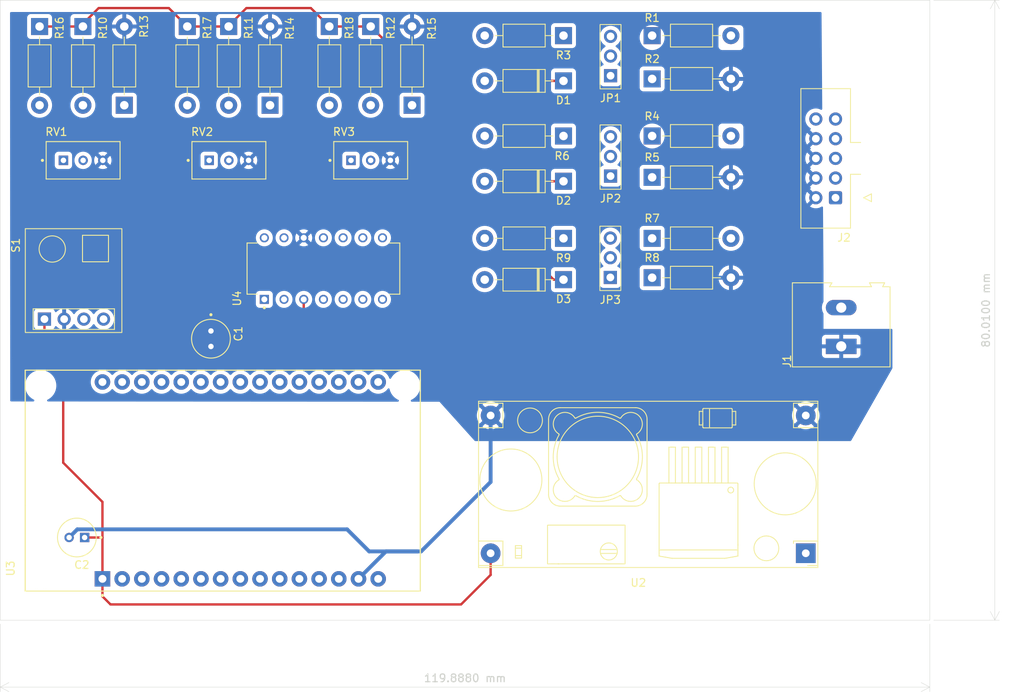
<source format=kicad_pcb>
(kicad_pcb (version 20211014) (generator pcbnew)
  (layers (0 "F.Cu" signal) (1 "In1.Cu" signal) (2 "In2.Cu" signal) (31 "B.Cu" signal) (34 "B.Paste" user) (35 "F.Paste" user) (36 "B.SilkS" user "B.Silkscreen") (37 "F.SilkS" user "F.Silkscreen") (38 "B.Mask" user) (39 "F.Mask" user) (44 "Edge.Cuts" user))
  (net 0 "")
  (net 1 "3.3V")
  (net 2 "LM1-")
  (net 3 "LM2-")
  (net 4 "LM3-")
  (net 5 "12V")
  (net 6 "GND")
  (net 7 "TUBE3")
  (net 8 "TUBE2")
  (net 9 "TUBE1")
  (net 12 "I2C_SCL")
  (net 13 "I2C_SDA")
  (net 16 "PULSE_IN_CH03")
  (net 24 "PULSE_IN_CH02")
  (net 32 "PULSE_IN_CH01")
  (net 40 "LM1+")
  (net 41 "LM2+")
  (net 42 "LM3+")
  (net 46 "Net-(JP1-Pad1)")
  (net 47 "Net-(JP2-Pad1)")
  (net 48 "Net-(JP3-Pad1)")
  (net 49 "Net-(JP3-Pad2)")
  (net 50 "Net-(JP1-Pad2)")
  (net 51 "Net-(JP2-Pad2)")
  (footprint "NMDA-lib:R" (layer "F.Cu") (at 98.806 37.338)
    (fp_text reference "R5" (at 0 -2.575) (layer "F.SilkS"))
    (fp_text value "33k")
    (pad "1" thru_hole rect (at 0 0) (size 2.2 2.2) (drill 1.1) (layers *.Cu *.Mask) (net 47 "Net-(JP2-Pad1)"))
    (pad "2" thru_hole oval (at 10.16 0) (size 2.2 2.2) (drill 1.1) (layers *.Cu *.Mask) (net 6 "GND"))
  )
  (footprint "NMDA-lib:R" (layer "F.Cu") (at 98.806 32.004)
    (fp_text reference "R4" (at 0 -2.54) (layer "F.SilkS"))
    (fp_text value "330k")
    (pad "1" thru_hole rect (at 0 0) (size 2.2 2.2) (drill 1.1) (layers *.Cu *.Mask) (net 8 "TUBE2"))
    (pad "2" thru_hole oval (at 10.16 0) (size 2.2 2.2) (drill 1.1) (layers *.Cu *.Mask) (net 47 "Net-(JP2-Pad1)"))
  )
  (footprint "NMDA-lib:D_DO-41_SOD81_P10.16mm_Horizontal" (layer "F.Cu") (at 87.376 50.546 180)
    (fp_text reference "D3" (at 0 -2.5) (layer "F.SilkS"))
    (fp_text value "1N4007")
    (pad "1" thru_hole rect (at 0 0 180) (size 2.2 2.2) (drill 1.1) (layers *.Cu *.Mask) (net 1 "3.3V"))
    (pad "2" thru_hole oval (at 10.16 0 180) (size 2.2 2.2) (drill 1.1) (layers *.Cu *.Mask) (net 4 "LM3-"))
  )
  (footprint "NMDA-lib:R" (layer "F.Cu") (at 67.845 28.035 90)
    (fp_text reference "R15" (at 9.906 2.54 90) (layer "F.SilkS"))
    (fp_text value "22k")
    (pad "1" thru_hole rect (at 0 0 90) (size 2.2 2.2) (drill 1.1) (layers *.Cu *.Mask) (net 42 "LM3+"))
    (pad "2" thru_hole oval (at 10.16 0 90) (size 2.2 2.2) (drill 1.1) (layers *.Cu *.Mask) (net 6 "GND"))
  )
  (footprint "NMDA-lib:TRIM_3296W-1-254LF" (layer "F.Cu") (at 25.427 35.147)
    (fp_text reference "RV1" (at -3.45 -3.675) (layer "F.SilkS") (effects (font (size 1.004283 1.004283))))
    (fp_text value "1M")
    (pad "1" thru_hole rect (at -2.54 0) (size 1.218 1.218) (drill 0.71) (layers *.Cu *.Mask) (net 32 "PULSE_IN_CH01"))
    (pad "2" thru_hole circle (at 0 0) (size 1.218 1.218) (drill 0.71) (layers *.Cu *.Mask) (net 40 "LM1+"))
    (pad "3" thru_hole circle (at 2.54 0) (size 1.218 1.218) (drill 0.71) (layers *.Cu *.Mask) (net 6 "GND"))
  )
  (footprint "NMDA-lib:R" (layer "F.Cu") (at 44.196 17.875 -90)
    (fp_text reference "R11" (at 0.159 -2.575 90) (layer "F.SilkS"))
    (fp_text value "680k")
    (pad "1" thru_hole rect (at 0 0 270) (size 2.2 2.2) (drill 1.1) (layers *.Cu *.Mask) (net 1 "3.3V"))
    (pad "2" thru_hole oval (at 10.16 0 270) (size 2.2 2.2) (drill 1.1) (layers *.Cu *.Mask) (net 41 "LM2+"))
  )
  (footprint "NMDA-lib:R" (layer "F.Cu") (at 87.376 45.212 180)
    (fp_text reference "R9" (at 0 -2.54) (layer "F.SilkS"))
    (fp_text value "10k")
    (pad "1" thru_hole rect (at 0 0 180) (size 2.2 2.2) (drill 1.1) (layers *.Cu *.Mask) (net 49 "Net-(JP3-Pad2)"))
    (pad "2" thru_hole oval (at 10.16 0 180) (size 2.2 2.2) (drill 1.1) (layers *.Cu *.Mask) (net 4 "LM3-"))
  )
  (footprint "NMDA-lib:J" (layer "F.Cu") (at 93.191 47.872 90)
    (fp_text reference "JP3" (at -5.275 0.225) (layer "F.SilkS"))
    (fp_text value "J")
    (pad "1" thru_hole rect (at -2.3825 0.225 180) (size 1.7 1.7) (drill 1) (layers *.Cu *.Mask) (net 48 "Net-(JP3-Pad1)"))
    (pad "2" thru_hole oval (at 0.1575 0.225 180) (size 1.7 1.7) (drill 1) (layers *.Cu *.Mask) (net 49 "Net-(JP3-Pad2)"))
    (pad "3" thru_hole oval (at 2.6975 0.225 180) (size 1.7 1.7) (drill 1) (layers *.Cu *.Mask) (net 7 "TUBE3"))
  )
  (footprint "NMDA-lib:R" (layer "F.Cu") (at 19.812 17.875 -90)
    (fp_text reference "R16" (at 0.175 -2.575 90) (layer "F.SilkS"))
    (fp_text value "10k")
    (pad "1" thru_hole rect (at 0 0 270) (size 2.2 2.2) (drill 1.1) (layers *.Cu *.Mask) (net 1 "3.3V"))
    (pad "2" thru_hole oval (at 10.16 0 270) (size 2.2 2.2) (drill 1.1) (layers *.Cu *.Mask) (net 32 "PULSE_IN_CH01"))
  )
  (footprint "NMDA-lib:LM339" (layer "F.Cu") (at 56.415 49.117 90)
    (fp_text reference "U4" (at -3.85 -11.135 90) (layer "F.SilkS"))
    (fp_text value "LM339N")
    (pad "1" thru_hole rect (at -3.97 -7.62 90) (size 1.17 1.17) (drill 0.77) (layers *.Cu *.Mask) (net 24 "PULSE_IN_CH02"))
    (pad "2" thru_hole circle (at -3.97 -5.08 90) (size 1.17 1.17) (drill 0.77) (layers *.Cu *.Mask) (net 32 "PULSE_IN_CH01"))
    (pad "3" thru_hole circle (at -3.97 -2.54 90) (size 1.17 1.17) (drill 0.77) (layers *.Cu *.Mask) (net 1 "3.3V"))
    (pad "4" thru_hole circle (at -3.97 0 90) (size 1.17 1.17) (drill 0.77) (layers *.Cu *.Mask) (net 2 "LM1-"))
    (pad "5" thru_hole circle (at -3.97 2.54 90) (size 1.17 1.17) (drill 0.77) (layers *.Cu *.Mask) (net 40 "LM1+"))
    (pad "6" thru_hole circle (at -3.97 5.08 90) (size 1.17 1.17) (drill 0.77) (layers *.Cu *.Mask) (net 3 "LM2-"))
    (pad "7" thru_hole circle (at -3.97 7.62 90) (size 1.17 1.17) (drill 0.77) (layers *.Cu *.Mask) (net 41 "LM2+"))
    (pad "8" thru_hole circle (at 3.97 7.62 90) (size 1.17 1.17) (drill 0.77) (layers *.Cu *.Mask) (net 4 "LM3-"))
    (pad "9" thru_hole circle (at 3.97 5.08 90) (size 1.17 1.17) (drill 0.77) (layers *.Cu *.Mask) (net 42 "LM3+"))
    (pad "10" thru_hole circle (at 3.97 2.54 90) (size 1.17 1.17) (drill 0.77) (layers *.Cu *.Mask))
    (pad "11" thru_hole circle (at 3.97 0 90) (size 1.17 1.17) (drill 0.77) (layers *.Cu *.Mask))
    (pad "12" thru_hole circle (at 3.97 -2.54 90) (size 1.17 1.17) (drill 0.77) (layers *.Cu *.Mask) (net 6 "GND"))
    (pad "13" thru_hole circle (at 3.97 -5.08 90) (size 1.17 1.17) (drill 0.77) (layers *.Cu *.Mask))
    (pad "14" thru_hole circle (at 3.97 -7.62 90) (size 1.17 1.17) (drill 0.77) (layers *.Cu *.Mask) (net 16 "PULSE_IN_CH03"))
  )
  (footprint "NMDA-lib:R" (layer "F.Cu") (at 87.376 32.004 180)
    (fp_text reference "R6" (at 0.175 -2.575) (layer "F.SilkS"))
    (fp_text value "10k")
    (pad "1" thru_hole rect (at 0 0 180) (size 2.2 2.2) (drill 1.1) (layers *.Cu *.Mask) (net 51 "Net-(JP2-Pad2)"))
    (pad "2" thru_hole oval (at 10.16 0 180) (size 2.2 2.2) (drill 1.1) (layers *.Cu *.Mask) (net 3 "LM2-"))
  )
  (footprint "NMDA-lib:R" (layer "F.Cu") (at 25.4 17.875 -90)
    (fp_text reference "R10" (at 0.175 -2.575 90) (layer "F.SilkS"))
    (fp_text value "680k")
    (pad "1" thru_hole rect (at 0 0 270) (size 2.2 2.2) (drill 1.1) (layers *.Cu *.Mask) (net 1 "3.3V"))
    (pad "2" thru_hole oval (at 10.16 0 270) (size 2.2 2.2) (drill 1.1) (layers *.Cu *.Mask) (net 40 "LM1+"))
  )
  (footprint "NMDA-lib:J" (layer "F.Cu") (at 93.218 21.844 90)
    (fp_text reference "JP1" (at -5.275 0.225) (layer "F.SilkS"))
    (fp_text value "J")
    (pad "1" thru_hole rect (at -2.3825 0.225 180) (size 1.7 1.7) (drill 1) (layers *.Cu *.Mask) (net 46 "Net-(JP1-Pad1)"))
    (pad "2" thru_hole oval (at 0.1575 0.225 180) (size 1.7 1.7) (drill 1) (layers *.Cu *.Mask) (net 50 "Net-(JP1-Pad2)"))
    (pad "3" thru_hole oval (at 2.6975 0.225 180) (size 1.7 1.7) (drill 1) (layers *.Cu *.Mask) (net 9 "TUBE1"))
  )
  (footprint "NMDA-lib:TRIM_3296W-1-254LF" (layer "F.Cu") (at 44.223 35.147)
    (fp_text reference "RV2" (at -3.45 -3.675) (layer "F.SilkS") (effects (font (size 1.004283 1.004283))))
    (fp_text value "1M")
    (pad "1" thru_hole rect (at -2.54 0) (size 1.218 1.218) (drill 0.71) (layers *.Cu *.Mask) (net 24 "PULSE_IN_CH02"))
    (pad "2" thru_hole circle (at 0 0) (size 1.218 1.218) (drill 0.71) (layers *.Cu *.Mask) (net 41 "LM2+"))
    (pad "3" thru_hole circle (at 2.54 0) (size 1.218 1.218) (drill 0.71) (layers *.Cu *.Mask) (net 6 "GND"))
  )
  (footprint "NMDA-lib:Capacitor" (layer "F.Cu") (at 24.622 83.82 180)
    (fp_text reference "C2" (at -0.635 -3.535) (layer "F.SilkS"))
    (fp_text value "0.1uF")
    (pad "1" thru_hole rect (at -1 0 180) (size 1.208 1.208) (drill 0.7) (layers *.Cu *.Mask) (net 1 "3.3V"))
    (pad "2" thru_hole circle (at 1 0 180) (size 1.208 1.208) (drill 0.7) (layers *.Cu *.Mask) (net 6 "GND"))
  )
  (footprint "NMDA-lib:DCDC_StepDown_LM2596" (layer "F.Cu") (at 118.618 85.852 180)
    (fp_text reference "U2" (at 21.59 -3.81) (layer "F.SilkS"))
    (fp_text value "LM2596")
    (pad "1" thru_hole rect (at 0 0 180) (size 2.54 2.54) (drill 1) (layers *.Cu *.Mask) (net 5 "12V"))
    (pad "2" thru_hole circle (at 0 17.78 180) (size 2.54 2.54) (drill 1) (layers *.Cu *.Mask) (net 6 "GND"))
    (pad "3" thru_hole circle (at 40.64 17.78 180) (size 2.54 2.54) (drill 1) (layers *.Cu *.Mask) (net 6 "GND"))
    (pad "4" thru_hole circle (at 40.64 0 180) (size 2.54 2.54) (drill 1) (layers *.Cu *.Mask) (net 1 "3.3V"))
  )
  (footprint "NMDA-lib:D_DO-41_SOD81_P10.16mm_Horizontal" (layer "F.Cu") (at 87.376 37.846 180)
    (fp_text reference "D2" (at 0 -2.5) (layer "F.SilkS"))
    (fp_text value "1N4007")
    (pad "1" thru_hole rect (at 0 0 180) (size 2.2 2.2) (drill 1.1) (layers *.Cu *.Mask) (net 1 "3.3V"))
    (pad "2" thru_hole oval (at 10.16 0 180) (size 2.2 2.2) (drill 1.1) (layers *.Cu *.Mask) (net 3 "LM2-"))
  )
  (footprint "NMDA-lib:R" (layer "F.Cu") (at 49.53 28.035 90)
    (fp_text reference "R14" (at 9.906 2.54 90) (layer "F.SilkS"))
    (fp_text value "22k")
    (pad "1" thru_hole rect (at 0 0 90) (size 2.2 2.2) (drill 1.1) (layers *.Cu *.Mask) (net 41 "LM2+"))
    (pad "2" thru_hole oval (at 10.16 0 90) (size 2.2 2.2) (drill 1.1) (layers *.Cu *.Mask) (net 6 "GND"))
  )
  (footprint "NMDA-lib:R" (layer "F.Cu") (at 98.806 45.212)
    (fp_text reference "R7" (at 0 -2.575) (layer "F.SilkS"))
    (fp_text value "330k")
    (pad "1" thru_hole rect (at 0 0) (size 2.2 2.2) (drill 1.1) (layers *.Cu *.Mask) (net 7 "TUBE3"))
    (pad "2" thru_hole oval (at 10.16 0) (size 2.2 2.2) (drill 1.1) (layers *.Cu *.Mask) (net 48 "Net-(JP3-Pad1)"))
  )
  (footprint "NMDA-lib:R" (layer "F.Cu") (at 57.177 17.875 -90)
    (fp_text reference "R18" (at 0.175 -2.575 90) (layer "F.SilkS"))
    (fp_text value "10k")
    (pad "1" thru_hole rect (at 0 0 270) (size 2.2 2.2) (drill 1.1) (layers *.Cu *.Mask) (net 1 "3.3V"))
    (pad "2" thru_hole oval (at 10.16 0 270) (size 2.2 2.2) (drill 1.1) (layers *.Cu *.Mask) (net 16 "PULSE_IN_CH03"))
  )
  (footprint "NMDA-lib:R" (layer "F.Cu") (at 98.806 50.292)
    (fp_text reference "R8" (at 0 -2.575) (layer "F.SilkS"))
    (fp_text value "33k")
    (pad "1" thru_hole rect (at 0 0) (size 2.2 2.2) (drill 1.1) (layers *.Cu *.Mask) (net 48 "Net-(JP3-Pad1)"))
    (pad "2" thru_hole oval (at 10.16 0) (size 2.2 2.2) (drill 1.1) (layers *.Cu *.Mask) (net 6 "GND"))
  )
  (footprint "NMDA-lib:Capacitor" (layer "F.Cu") (at 41.91 58.166 -90)
    (fp_text reference "C1" (at -0.635 -3.535 90) (layer "F.SilkS"))
    (fp_text value "0.1uF")
    (pad "1" thru_hole rect (at -1 0 270) (size 1.208 1.208) (drill 0.7) (layers *.Cu *.Mask) (net 1 "3.3V"))
    (pad "2" thru_hole circle (at 1 0 270) (size 1.208 1.208) (drill 0.7) (layers *.Cu *.Mask) (net 6 "GND"))
  )
  (footprint "NMDA-lib:BMP180" (layer "F.Cu") (at 23.622 50.038)
    (fp_text reference "S1" (at -6.875 -3.925 90) (layer "F.SilkS"))
    (fp_text value "BPM180")
    (pad "1" thru_hole rect (at -3.1825 5.6 90) (size 1.7 1.7) (drill 1) (layers *.Cu *.Mask) (net 1 "3.3V"))
    (pad "2" thru_hole oval (at -0.6425 5.6 90) (size 1.7 1.7) (drill 1) (layers *.Cu *.Mask) (net 6 "GND"))
    (pad "3" thru_hole oval (at 1.8975 5.6 90) (size 1.7 1.7) (drill 1) (layers *.Cu *.Mask) (net 12 "I2C_SCL"))
    (pad "4" thru_hole oval (at 4.4375 5.6 90) (size 1.7 1.7) (drill 1) (layers *.Cu *.Mask) (net 13 "I2C_SDA"))
  )
  (footprint "NMDA-lib:R" (layer "F.Cu") (at 38.862 17.875 -90)
    (fp_text reference "R17" (at 0.175 -2.575 90) (layer "F.SilkS"))
    (fp_text value "10k")
    (pad "1" thru_hole rect (at 0 0 270) (size 2.2 2.2) (drill 1.1) (layers *.Cu *.Mask) (net 1 "3.3V"))
    (pad "2" thru_hole oval (at 10.16 0 270) (size 2.2 2.2) (drill 1.1) (layers *.Cu *.Mask) (net 24 "PULSE_IN_CH02"))
  )
  (footprint "NMDA-lib:R" (layer "F.Cu") (at 98.806 24.638)
    (fp_text reference "R2" (at 0 -2.575) (layer "F.SilkS"))
    (fp_text value "33k")
    (pad "1" thru_hole rect (at 0 0) (size 2.2 2.2) (drill 1.1) (layers *.Cu *.Mask) (net 46 "Net-(JP1-Pad1)"))
    (pad "2" thru_hole oval (at 10.16 0) (size 2.2 2.2) (drill 1.1) (layers *.Cu *.Mask) (net 6 "GND"))
  )
  (footprint "NMDA-lib:R" (layer "F.Cu") (at 98.806 19.05)
    (fp_text reference "R1" (at 0 -2.286) (layer "F.SilkS"))
    (fp_text value "330k")
    (pad "1" thru_hole rect (at 0 0) (size 2.2 2.2) (drill 1.1) (layers *.Cu *.Mask) (net 9 "TUBE1"))
    (pad "2" thru_hole oval (at 10.16 0) (size 2.2 2.2) (drill 1.1) (layers *.Cu *.Mask) (net 46 "Net-(JP1-Pad1)"))
  )
  (footprint "NMDA-lib:TRIM_3296W-1-254LF" (layer "F.Cu") (at 62.511 35.147)
    (fp_text reference "RV3" (at -3.45 -3.675) (layer "F.SilkS") (effects (font (size 1.004283 1.004283))))
    (fp_text value "1M")
    (pad "1" thru_hole rect (at -2.54 0) (size 1.218 1.218) (drill 0.71) (layers *.Cu *.Mask) (net 16 "PULSE_IN_CH03"))
    (pad "2" thru_hole circle (at 0 0) (size 1.218 1.218) (drill 0.71) (layers *.Cu *.Mask) (net 42 "LM3+"))
    (pad "3" thru_hole circle (at 2.54 0) (size 1.218 1.218) (drill 0.71) (layers *.Cu *.Mask) (net 6 "GND"))
  )
  (footprint "NMDA-lib:R" (layer "F.Cu") (at 87.376 19.05 180)
    (fp_text reference "R3" (at 0 -2.54) (layer "F.SilkS"))
    (fp_text value "10k")
    (pad "1" thru_hole rect (at 0 0 180) (size 2.2 2.2) (drill 1.1) (layers *.Cu *.Mask) (net 50 "Net-(JP1-Pad2)"))
    (pad "2" thru_hole oval (at 10.16 0 180) (size 2.2 2.2) (drill 1.1) (layers *.Cu *.Mask) (net 2 "LM1-"))
  )
  (footprint "NMDA-lib:IDC-Header_2x05-1MP_P2.54mm_Latch6.5mm_Vertical" (layer "F.Cu") (at 122.455 39.973 180)
    (fp_text reference "J2" (at -1.1 -5.15) (layer "F.SilkS"))
    (fp_text value "IDC-header")
    (pad "1" thru_hole roundrect (at 0 0 180) (size 1.7 1.7) (drill 1) (layers *.Cu *.Mask) (roundrect_rratio 0.147059) (net 5 "12V"))
    (pad "2" thru_hole circle (at 2.54 0 180) (size 1.7 1.7) (drill 1) (layers *.Cu *.Mask) (net 6 "GND"))
    (pad "3" thru_hole circle (at 0 2.54 180) (size 1.7 1.7) (drill 1) (layers *.Cu *.Mask) (net 7 "TUBE3"))
    (pad "4" thru_hole circle (at 2.54 2.54 180) (size 1.7 1.7) (drill 1) (layers *.Cu *.Mask) (net 6 "GND"))
    (pad "5" thru_hole circle (at 0 5.08 180) (size 1.7 1.7) (drill 1) (layers *.Cu *.Mask) (net 8 "TUBE2"))
    (pad "6" thru_hole circle (at 2.54 5.08 180) (size 1.7 1.7) (drill 1) (layers *.Cu *.Mask) (net 6 "GND"))
    (pad "7" thru_hole circle (at 0 7.62 180) (size 1.7 1.7) (drill 1) (layers *.Cu *.Mask) (net 9 "TUBE1"))
    (pad "8" thru_hole circle (at 2.54 7.62 180) (size 1.7 1.7) (drill 1) (layers *.Cu *.Mask) (net 6 "GND"))
    (pad "9" thru_hole circle (at 0 10.16 180) (size 1.7 1.7) (drill 1) (layers *.Cu *.Mask))
    (pad "10" thru_hole circle (at 2.54 10.16 180) (size 1.7 1.7) (drill 1) (layers *.Cu *.Mask))
  )
  (footprint "NMDA-lib:MODULE_ESP32_DEVKIT_V1" (layer "F.Cu") (at 43.434 76.454 90)
    (fp_text reference "U3" (at -11.355 -27.36 90) (layer "F.SilkS"))
    (fp_text value "ESP-WROOM-32")
    (pad "" np_thru_hole circle (at 12.23 -23.475 90) (size 3 3) (drill 3) (layers *.Cu *.Mask))
    (pad "" np_thru_hole circle (at -12.28 23.475 90) (size 3 3) (drill 3) (layers *.Cu *.Mask))
    (pad "" np_thru_hole circle (at 12.23 23.475 90) (size 3 3) (drill 3) (layers *.Cu *.Mask))
    (pad "" np_thru_hole circle (at -12.28 -23.475 90) (size 3 3) (drill 3) (layers *.Cu *.Mask))
    (pad "1" thru_hole rect (at -12.7 -15.515 90) (size 2 2) (drill 1.02) (layers *.Cu *.Mask) (net 1 "3.3V"))
    (pad "2" thru_hole circle (at -12.7 -12.975 90) (size 2 2) (drill 1.02) (layers *.Cu *.Mask))
    (pad "3" thru_hole circle (at -12.7 -10.435 90) (size 2 2) (drill 1.02) (layers *.Cu *.Mask) (net 12 "I2C_SCL"))
    (pad "4" thru_hole circle (at -12.7 -7.895 90) (size 2 2) (drill 1.02) (layers *.Cu *.Mask))
    (pad "5" thru_hole circle (at -12.7 -5.355 90) (size 2 2) (drill 1.02) (layers *.Cu *.Mask) (net 16 "PULSE_IN_CH03"))
    (pad "6" thru_hole circle (at -12.7 -2.815 90) (size 2 2) (drill 1.02) (layers *.Cu *.Mask) (net 13 "I2C_SDA"))
    (pad "7" thru_hole circle (at -12.7 -0.275 90) (size 2 2) (drill 1.02) (layers *.Cu *.Mask))
    (pad "8" thru_hole circle (at -12.7 2.265 90) (size 2 2) (drill 1.02) (layers *.Cu *.Mask))
    (pad "9" thru_hole circle (at -12.7 4.805 90) (size 2 2) (drill 1.02) (layers *.Cu *.Mask))
    (pad "10" thru_hole circle (at -12.7 7.345 90) (size 2 2) (drill 1.02) (layers *.Cu *.Mask))
    (pad "11" thru_hole circle (at -12.7 9.885 90) (size 2 2) (drill 1.02) (layers *.Cu *.Mask))
    (pad "12" thru_hole circle (at -12.7 12.425 90) (size 2 2) (drill 1.02) (layers *.Cu *.Mask))
    (pad "13" thru_hole circle (at -12.7 14.965 90) (size 2 2) (drill 1.02) (layers *.Cu *.Mask))
    (pad "14" thru_hole circle (at -12.7 17.505 90) (size 2 2) (drill 1.02) (layers *.Cu *.Mask) (net 6 "GND"))
    (pad "15" thru_hole circle (at -12.7 20.045 90) (size 2 2) (drill 1.02) (layers *.Cu *.Mask) (net 24 "PULSE_IN_CH02"))
    (pad "16" thru_hole circle (at 12.7 20.045 90) (size 2 2) (drill 1.02) (layers *.Cu *.Mask))
    (pad "17" thru_hole circle (at 12.7 17.505 90) (size 2 2) (drill 1.02) (layers *.Cu *.Mask))
    (pad "18" thru_hole circle (at 12.7 14.965 90) (size 2 2) (drill 1.02) (layers *.Cu *.Mask))
    (pad "19" thru_hole circle (at 12.7 12.425 90) (size 2 2) (drill 1.02) (layers *.Cu *.Mask))
    (pad "20" thru_hole circle (at 12.7 9.885 90) (size 2 2) (drill 1.02) (layers *.Cu *.Mask))
    (pad "21" thru_hole circle (at 12.7 7.345 90) (size 2 2) (drill 1.02) (layers *.Cu *.Mask))
    (pad "22" thru_hole circle (at 12.7 4.805 90) (size 2 2) (drill 1.02) (layers *.Cu *.Mask))
    (pad "23" thru_hole circle (at 12.7 2.265 90) (size 2 2) (drill 1.02) (layers *.Cu *.Mask) (net 32 "PULSE_IN_CH01"))
    (pad "24" thru_hole circle (at 12.7 -0.275 90) (size 2 2) (drill 1.02) (layers *.Cu *.Mask))
    (pad "25" thru_hole circle (at 12.7 -2.815 90) (size 2 2) (drill 1.02) (layers *.Cu *.Mask))
    (pad "26" thru_hole circle (at 12.7 -5.355 90) (size 2 2) (drill 1.02) (layers *.Cu *.Mask))
    (pad "27" thru_hole circle (at 12.7 -7.895 90) (size 2 2) (drill 1.02) (layers *.Cu *.Mask))
    (pad "28" thru_hole circle (at 12.7 -10.435 90) (size 2 2) (drill 1.02) (layers *.Cu *.Mask))
    (pad "29" thru_hole circle (at 12.7 -12.975 90) (size 2 2) (drill 1.02) (layers *.Cu *.Mask))
    (pad "30" thru_hole circle (at 12.7 -15.515 90) (size 2 2) (drill 1.02) (layers *.Cu *.Mask))
    (zone (net 0) (net_name "") (layer "B.Cu") (connect_pads (clearance 0)) (min_thickness 0.01)
      (keepout (tracks not_allowed) (vias not_allowed) (pads not_allowed) (copperpour not_allowed) (footprints allowed))
      (fill (thermal_gap 0.508) (thermal_bridge_width 0.508))
      (polygon (pts (xy 62.419 85.364) (xy 62.419 67.674) (xy 68.909 67.674) (xy 68.909 85.364)))
    )
  )
  (footprint "NMDA-lib:R" (layer "F.Cu") (at 30.734 28.035 90)
    (fp_text reference "R13" (at 10.16 2.54 90) (layer "F.SilkS"))
    (fp_text value "22k")
    (pad "1" thru_hole rect (at 0 0 90) (size 2.2 2.2) (drill 1.1) (layers *.Cu *.Mask) (net 40 "LM1+"))
    (pad "2" thru_hole oval (at 10.16 0 90) (size 2.2 2.2) (drill 1.1) (layers *.Cu *.Mask) (net 6 "GND"))
  )
  (footprint "NMDA-lib:TerminalBlock_Altech_AK300-2_P5.00mm" (layer "F.Cu") (at 123.19 59.153 90)
    (fp_text reference "J1" (at -1.92 -6.99 90) (layer "F.SilkS"))
    (fp_text value "Voltaje Input")
    (pad "1" thru_hole rect (at 0 0 90) (size 1.98 3.96) (drill 1.32) (layers *.Cu *.Mask) (net 6 "GND"))
    (pad "2" thru_hole oval (at 5 0 90) (size 1.98 3.96) (drill 1.32) (layers *.Cu *.Mask) (net 5 "12V"))
  )
  (footprint "NMDA-lib:J" (layer "F.Cu") (at 93.218 34.798 90)
    (fp_text reference "JP2" (at -5.275 0.225) (layer "F.SilkS"))
    (fp_text value "J")
    (pad "1" thru_hole rect (at -2.3825 0.225 180) (size 1.7 1.7) (drill 1) (layers *.Cu *.Mask) (net 47 "Net-(JP2-Pad1)"))
    (pad "2" thru_hole oval (at 0.1575 0.225 180) (size 1.7 1.7) (drill 1) (layers *.Cu *.Mask) (net 51 "Net-(JP2-Pad2)"))
    (pad "3" thru_hole oval (at 2.6975 0.225 180) (size 1.7 1.7) (drill 1) (layers *.Cu *.Mask) (net 8 "TUBE2"))
  )
  (footprint "NMDA-lib:R" (layer "F.Cu") (at 62.511 17.875 -90)
    (fp_text reference "R12" (at 0.175 -2.575 90) (layer "F.SilkS"))
    (fp_text value "680k")
    (pad "1" thru_hole rect (at 0 0 270) (size 2.2 2.2) (drill 1.1) (layers *.Cu *.Mask) (net 1 "3.3V"))
    (pad "2" thru_hole oval (at 10.16 0 270) (size 2.2 2.2) (drill 1.1) (layers *.Cu *.Mask) (net 42 "LM3+"))
  )
  (footprint "NMDA-lib:D_DO-41_SOD81_P10.16mm_Horizontal" (layer "F.Cu") (at 87.376 24.892 180)
    (fp_text reference "D1" (at 0 -2.5) (layer "F.SilkS"))
    (fp_text value "1N4007")
    (pad "1" thru_hole rect (at 0 0 180) (size 2.2 2.2) (drill 1.1) (layers *.Cu *.Mask) (net 1 "3.3V"))
    (pad "2" thru_hole oval (at 10.16 0 180) (size 2.2 2.2) (drill 1.1) (layers *.Cu *.Mask) (net 2 "LM1-"))
  )
  (gr_rect (start 14.732 14.478) (end 134.62 94.488) (layer "Edge.Cuts") (width 0.05) (fill none))
  (dimension (type aligned) (layer "Edge.Cuts") (pts (xy 14.732 94.488) (xy 134.62 94.488)) (height 8.636) (gr_text "119,8880 mm" (at 74.676 101.974) (layer "Edge.Cuts") (effects (font (size 1 1) (thickness 0.15)))) (format (units 3) (units_format 1) (precision 4)) (style (thickness 0.05) (arrow_length 1.27) (text_position_mode 0) (extension_height 0.58642) (extension_offset 0.5) keep_text_aligned))
  (dimension (type aligned) (layer "Edge.Cuts") (pts (xy 134.62 14.478) (xy 134.62 94.488)) (height -8.382) (gr_text "80,0100 mm" (at 141.852 54.483 90) (layer "Edge.Cuts") (effects (font (size 1 1) (thickness 0.15)))) (format (units 3) (units_format 1) (precision 4)) (style (thickness 0.05) (arrow_length 1.27) (text_position_mode 0) (extension_height 0.58642) (extension_offset 0.5) keep_text_aligned))
  (segment (start 53.875 54.837) (end 53.875 53.087) (width 0.3) (layer "F.Cu") (net 1))
  (segment (start 27.919 89.154) (end 27.919 83.841) (width 0.3) (layer "F.Cu") (net 1))
  (segment (start 84.582 37.846) (end 84.074 37.338) (width 0.3) (layer "F.Cu") (net 1))
  (segment (start 74.168 92.456) (end 28.956 92.456) (width 0.3) (layer "F.Cu") (net 1))
  (segment (start 38.862 17.875) (end 44.196 17.875) (width 0.3) (layer "F.Cu") (net 1))
  (segment (start 77.724 54.864) (end 53.848 54.864) (width 0.3) (layer "F.Cu") (net 1))
  (segment (start 44.196 17.78) (end 46.482 15.494) (width 0.3) (layer "F.Cu") (net 1))
  (segment (start 81.026 21.844) (end 84.074 24.892) (width 0.3) (layer "F.Cu") (net 1))
  (segment (start 22.86 60.96) (end 36.068 60.96) (width 0.3) (layer "F.Cu") (net 1))
  (segment (start 25.622 83.82) (end 27.898 83.82) (width 0.3) (layer "F.Cu") (net 1))
  (segment (start 87.376 50.546) (end 86.106 50.546) (width 0.3) (layer "F.Cu") (net 1))
  (segment (start 54.796 15.494) (end 57.177 17.875) (width 0.3) (layer "F.Cu") (net 1))
  (segment (start 84.074 48.514) (end 77.724 54.864) (width 0.3) (layer "F.Cu") (net 1))
  (segment (start 28.956 92.456) (end 27.919 91.419) (width 0.3) (layer "F.Cu") (net 1))
  (segment (start 77.978 88.646) (end 74.168 92.456) (width 0.3) (layer "F.Cu") (net 1))
  (segment (start 84.074 37.338) (end 84.074 37.084) (width 0.3) (layer "F.Cu") (net 1))
  (segment (start 39.894 57.166) (end 41.91 57.166) (width 0.3) (layer "F.Cu") (net 1))
  (segment (start 25.4 17.875) (end 25.4 17.526) (width 0.3) (layer "F.Cu") (net 1))
  (segment (start 39.878 57.15) (end 39.894 57.166) (width 0.3) (layer "F.Cu") (net 1))
  (segment (start 27.432 15.494) (end 36.481 15.494) (width 0.3) (layer "F.Cu") (net 1))
  (segment (start 53.848 54.864) (end 53.875 54.837) (width 0.3) (layer "F.Cu") (net 1))
  (segment (start 66.48 21.844) (end 81.026 21.844) (width 0.3) (layer "F.Cu") (net 1))
  (segment (start 41.91 57.166) (end 51.546 57.166) (width 0.3) (layer "F.Cu") (net 1))
  (segment (start 62.511 17.875) (end 66.48 21.844) (width 0.3) (layer "F.Cu") (net 1))
  (segment (start 84.074 37.084) (end 84.074 24.892) (width 0.3) (layer "F.Cu") (net 1))
  (segment (start 20.4395 58.5395) (end 20.4395 55.638) (width 0.3) (layer "F.Cu") (net 1))
  (segment (start 87.376 37.846) (end 84.582 37.846) (width 0.3) (layer "F.Cu") (net 1))
  (segment (start 22.86 60.96) (end 20.4395 58.5395) (width 0.3) (layer "F.Cu") (net 1))
  (segment (start 36.481 15.494) (end 38.862 17.875) (width 0.3) (layer "F.Cu") (net 1))
  (segment (start 77.978 85.852) (end 77.978 88.646) (width 0.3) (layer "F.Cu") (net 1))
  (segment (start 84.074 48.514) (end 84.074 37.084) (width 0.3) (layer "F.Cu") (net 1))
  (segment (start 46.482 15.494) (end 54.796 15.494) (width 0.3) (layer "F.Cu") (net 1))
  (segment (start 44.196 17.875) (end 44.196 17.78) (width 0.3) (layer "F.Cu") (net 1))
  (segment (start 27.919 83.841) (end 27.919 79.227) (width 0.3) (layer "F.Cu") (net 1))
  (segment (start 27.898 83.82) (end 27.919 83.841) (width 0.3) (layer "F.Cu") (net 1))
  (segment (start 84.074 24.892) (end 87.376 24.892) (width 0.3) (layer "F.Cu") (net 1))
  (segment (start 27.919 91.419) (end 27.919 89.154) (width 0.3) (layer "F.Cu") (net 1))
  (segment (start 36.068 60.96) (end 39.878 57.15) (width 0.3) (layer "F.Cu") (net 1))
  (segment (start 51.546 57.166) (end 53.848 54.864) (width 0.3) (layer "F.Cu") (net 1))
  (segment (start 19.812 17.875) (end 25.4 17.875) (width 0.3) (layer "F.Cu") (net 1))
  (segment (start 57.177 17.875) (end 62.511 17.875) (width 0.3) (layer "F.Cu") (net 1))
  (segment (start 25.4 17.526) (end 27.432 15.494) (width 0.3) (layer "F.Cu") (net 1))
  (segment (start 86.106 50.546) (end 84.074 48.514) (width 0.3) (layer "F.Cu") (net 1))
  (segment (start 22.86 74.168) (end 22.86 60.96) (width 0.3) (layer "F.Cu") (net 1))
  (segment (start 27.919 79.227) (end 22.86 74.168) (width 0.3) (layer "F.Cu") (net 1))
  (segment (start 23.622 83.82) (end 24.676 82.766) (width 0.5) (layer "B.Cu") (net 6))
  (segment (start 69.012554 85.614) (end 77.978 76.648554) (width 0.5) (layer "B.Cu") (net 6))
  (segment (start 60.939 89.154) (end 64.479 85.614) (width 0.5) (layer "B.Cu") (net 6))
  (segment (start 64.479 85.614) (end 69.012554 85.614) (width 0.5) (layer "B.Cu") (net 6))
  (segment (start 59.467446 82.766) (end 62.315446 85.614) (width 0.5) (layer "B.Cu") (net 6))
  (segment (start 24.676 82.766) (end 59.467446 82.766) (width 0.5) (layer "B.Cu") (net 6))
  (segment (start 62.315446 85.614) (end 68.564 85.614) (width 0.5) (layer "B.Cu") (net 6))
  (segment (start 77.978 76.648554) (end 77.978 68.072) (width 0.5) (layer "B.Cu") (net 6))
  (zone (net 6) (net_name "GND") (layer "B.Cu") (connect_pads (clearance 0.508)) (min_thickness 0.254) (fill yes (thermal_gap 0.508) (thermal_bridge_width 0.508))
    (polygon (pts (xy 120.904 49.53) (xy 120.904 56.896) (xy 129.794 56.896) (xy 129.794 61.976) (xy 124.441738 71.374) (xy 75.946 71.374) (xy 71.374 66.294) (xy 16.025344 66.26168) (xy 16.002 16.002) (xy 120.65 16.002)))
  )
)
</source>
